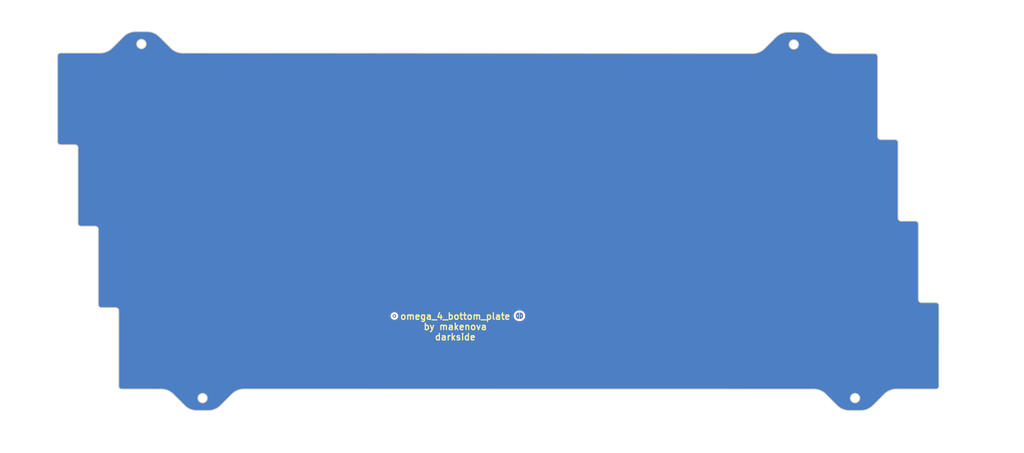
<source format=kicad_pcb>
(kicad_pcb (version 20221018) (generator pcbnew)
  (layers (0 "F.Cu" signal) (31 "B.Cu" signal) (34 "B.Paste" user) (35 "F.Paste" user) (36 "B.SilkS" user "B.Silkscreen") (37 "F.SilkS" user "F.Silkscreen") (38 "B.Mask" user) (39 "F.Mask" user) (44 "Edge.Cuts" user))
  (net 0 "")
  (net 1 "GND")
  (net 2 "Net-(JP1-Pad2)")
  (net 3 "Net-(JP1-Pad1)")
  (footprint "Keebio-Parts:solder_jumper" (layer "F.Cu") (at 154.725 112.875)
    (fp_text reference "JP1" hide)
    (fp_text value "Jumper_NO_Small" hide)
    (fp_poly (pts (xy -0.1 -0.75) (xy -0.3565 -0.7048) (xy -0.5821 -0.5745) (xy -0.7495 -0.375) (xy -0.8386 -0.1302) (xy -0.8386 0.1302) (xy -0.7495 0.375) (xy -0.5821 0.5745) (xy -0.3565 0.7048) (xy -0.1 0.75) (xy -0.1 -0.75)) (stroke (width 0.01)) (fill solid) (layer "F.Cu"))
    (fp_poly (pts (xy 0.1 0.75) (xy 0.3565 0.7048) (xy 0.5821 0.5745) (xy 0.7495 0.375) (xy 0.8386 0.1302) (xy 0.8386 -0.1302) (xy 0.7495 -0.375) (xy 0.5821 -0.5745) (xy 0.3565 -0.7048) (xy 0.1 -0.75) (xy 0.1 0.75)) (stroke (width 0.01)) (fill solid) (layer "F.Cu"))
    (fp_poly (pts (xy -0.1 -0.75) (xy -0.3565 -0.7048) (xy -0.5821 -0.5745) (xy -0.7495 -0.375) (xy -0.8386 -0.1302) (xy -0.8386 0.1302) (xy -0.7495 0.375) (xy -0.5821 0.5745) (xy -0.3565 0.7048) (xy -0.1 0.75) (xy -0.1 -0.75)) (stroke (width 0.01)) (fill solid) (layer "B.Cu"))
    (fp_poly (pts (xy 0.1 0.75) (xy 0.3565 0.7048) (xy 0.5821 0.5745) (xy 0.7495 0.375) (xy 0.8386 0.1302) (xy 0.8386 -0.1302) (xy 0.7495 -0.375) (xy 0.5821 -0.5745) (xy 0.3565 -0.7048) (xy 0.1 -0.75) (xy 0.1 0.75)) (stroke (width 0.01)) (fill solid) (layer "B.Cu"))
    (pad "1" thru_hole circle (at -0.45 0) (size 0.4 0.4) (drill 0.3) (layers "*.Cu" "*.Mask") (net 3 "Net-(JP1-Pad1)"))
    (pad "2" thru_hole circle (at 0.45 0) (size 0.4 0.4) (drill 0.3) (layers "*.Cu" "*.Mask") (net 2 "Net-(JP1-Pad2)"))
  )
  (gr_arc (start 84.845823 133.845984) (mid 83.54813 134.713075) (end 82.017396 135.017557) (stroke (width 0.2)) (layer "Edge.Cuts"))
  (gr_line (start 252.770249 110.498004) (end 252.758259 129.317983) (stroke (width 0.2)) (layer "Edge.Cuts"))
  (gr_arc (start 50.845313 72.897559) (mid 51.340288 73.102584) (end 51.545313 73.597559) (stroke (width 0.2)) (layer "Edge.Cuts"))
  (gr_line (start 252.057855 130.017537) (end 242.826264 130.012208) (stroke (width 0.2)) (layer "Edge.Cuts"))
  (gr_line (start 243.920313 90.747558) (end 247.270313 90.747558) (stroke (width 0.2)) (layer "Edge.Cuts"))
  (gr_line (start 51.545313 91.247559) (end 51.545313 73.597559) (stroke (width 0.2)) (layer "Edge.Cuts"))
  (gr_line (start 217.50611 46.582598) (end 220.192402 46.582598) (stroke (width 0.2)) (layer "Edge.Cuts"))
  (gr_line (start 50.845313 72.897559) (end 47.470312 72.897558) (stroke (width 0.2)) (layer "Edge.Cuts"))
  (gr_arc (start 212.028427 50.403427) (mid 210.729278 51.27112) (end 209.19685 51.574999) (stroke (width 0.2)) (layer "Edge.Cuts"))
  (gr_arc (start 62.202671 47.634097) (mid 63.500364 46.767006) (end 65.031098 46.462524) (stroke (width 0.2)) (layer "Edge.Cuts"))
  (gr_line (start 223.511407 130.023698) (end 90.337627 130.011403) (stroke (width 0.2)) (layer "Edge.Cuts"))
  (gr_arc (start 87.508831 131.182976) (mid 88.806695 130.315814) (end 90.337627 130.011403) (stroke (width 0.2)) (layer "Edge.Cuts"))
  (gr_arc (start 243.920313 90.747558) (mid 243.425338 90.542533) (end 243.220313 90.047558) (stroke (width 0.2)) (layer "Edge.Cuts"))
  (gr_circle (center 66.37196 49.362523) (end 67.47196 49.362523) (stroke (width 0.2)) (fill none) (layer "Edge.Cuts"))
  (gr_line (start 238.445312 52.297037) (end 238.445313 70.997558) (stroke (width 0.2)) (layer "Edge.Cuts"))
  (gr_arc (start 220.192402 46.582598) (mid 221.723136 46.88708) (end 223.020829 47.754171) (stroke (width 0.2)) (layer "Edge.Cuts"))
  (gr_line (start 239.145313 71.697558) (end 242.520313 71.697558) (stroke (width 0.2)) (layer "Edge.Cuts"))
  (gr_arc (start 239.995528 131.18378) (mid 241.294288 130.316247) (end 242.826264 130.012208) (stroke (width 0.2)) (layer "Edge.Cuts"))
  (gr_line (start 87.508831 131.182976) (end 84.845823 133.845984) (stroke (width 0.2)) (layer "Edge.Cuts"))
  (gr_line (start 234.504897 135.017557) (end 231.818605 135.017557) (stroke (width 0.2)) (layer "Edge.Cuts"))
  (gr_line (start 239.995528 131.18378) (end 237.333324 133.845984) (stroke (width 0.2)) (layer "Edge.Cuts"))
  (gr_arc (start 52.245314 91.947558) (mid 51.750339 91.742533) (end 51.545313 91.247559) (stroke (width 0.2)) (layer "Edge.Cuts"))
  (gr_arc (start 59.553348 50.283419) (mid 58.254275 51.151081) (end 56.721934 51.454991) (stroke (width 0.2)) (layer "Edge.Cuts"))
  (gr_line (start 47.470835 51.448083) (end 56.721934 51.454991) (stroke (width 0.2)) (layer "Edge.Cuts"))
  (gr_arc (start 67.71739 46.462524) (mid 69.248124 46.767006) (end 70.545817 47.634097) (stroke (width 0.2)) (layer "Edge.Cuts"))
  (gr_line (start 46.770313 72.197558) (end 46.770313 52.148082) (stroke (width 0.2)) (layer "Edge.Cuts"))
  (gr_arc (start 248.670313 109.797558) (mid 248.175338 109.592533) (end 247.970313 109.097558) (stroke (width 0.2)) (layer "Edge.Cuts"))
  (gr_line (start 65.031098 46.462524) (end 67.71739 46.462524) (stroke (width 0.2)) (layer "Edge.Cuts"))
  (gr_arc (start 252.070249 109.797558) (mid 252.565381 110.002741) (end 252.770249 110.498004) (stroke (width 0.2)) (layer "Edge.Cuts"))
  (gr_arc (start 228.510667 51.590141) (mid 226.981541 51.285088) (end 225.685227 50.418569) (stroke (width 0.2)) (layer "Edge.Cuts"))
  (gr_arc (start 237.745835 51.597037) (mid 238.240472 51.802247) (end 238.445312 52.297037) (stroke (width 0.2)) (layer "Edge.Cuts"))
  (gr_arc (start 223.511406 130.023697) (mid 225.041941 130.328249) (end 226.339464 131.19527) (stroke (width 0.2)) (layer "Edge.Cuts"))
  (gr_line (start 59.553348 50.28342) (end 62.202671 47.634097) (stroke (width 0.2)) (layer "Edge.Cuts"))
  (gr_arc (start 79.331104 135.017557) (mid 77.80037 134.713075) (end 76.502677 133.845984) (stroke (width 0.2)) (layer "Edge.Cuts"))
  (gr_arc (start 214.677683 47.754171) (mid 215.975376 46.88708) (end 217.50611 46.582598) (stroke (width 0.2)) (layer "Edge.Cuts"))
  (gr_arc (start 247.270313 90.747558) (mid 247.765288 90.952583) (end 247.970313 91.447558) (stroke (width 0.2)) (layer "Edge.Cuts"))
  (gr_arc (start 237.333324 133.845984) (mid 236.035631 134.713075) (end 234.504897 135.017557) (stroke (width 0.2)) (layer "Edge.Cuts"))
  (gr_line (start 247.970313 91.447558) (end 247.970313 109.097558) (stroke (width 0.2)) (layer "Edge.Cuts"))
  (gr_arc (start 231.818605 135.017557) (mid 230.287871 134.713075) (end 228.990178 133.845984) (stroke (width 0.2)) (layer "Edge.Cuts"))
  (gr_arc (start 252.758259 129.317983) (mid 252.552933 129.812812) (end 252.057855 130.017537) (stroke (width 0.2)) (layer "Edge.Cuts"))
  (gr_line (start 71.024959 130.022953) (end 61.769933 130.017938) (stroke (width 0.2)) (layer "Edge.Cuts"))
  (gr_line (start 228.990178 133.845984) (end 226.339464 131.19527) (stroke (width 0.2)) (layer "Edge.Cuts"))
  (gr_arc (start 71.02496 130.022954) (mid 72.554527 130.32785) (end 73.851219 131.194526) (stroke (width 0.2)) (layer "Edge.Cuts"))
  (gr_arc (start 60.370313 110.972559) (mid 60.865288 111.177584) (end 61.070313 111.672559) (stroke (width 0.2)) (layer "Edge.Cuts"))
  (gr_arc (start 55.595312 91.947559) (mid 56.090287 92.152584) (end 56.295313 92.647558) (stroke (width 0.2)) (layer "Edge.Cuts"))
  (gr_arc (start 56.995313 110.972559) (mid 56.500338 110.767534) (end 56.295313 110.272559) (stroke (width 0.2)) (layer "Edge.Cuts"))
  (gr_line (start 55.595313 91.947559) (end 52.245313 91.947558) (stroke (width 0.2)) (layer "Edge.Cuts"))
  (gr_arc (start 239.145312 71.697557) (mid 238.650338 71.492532) (end 238.445313 70.997558) (stroke (width 0.2)) (layer "Edge.Cuts"))
  (gr_line (start 248.670313 109.797558) (end 252.070249 109.797558) (stroke (width 0.2)) (layer "Edge.Cuts"))
  (gr_circle (center 218.846972 49.482598) (end 219.946972 49.482598) (stroke (width 0.2)) (fill none) (layer "Edge.Cuts"))
  (gr_line (start 243.220313 72.397558) (end 243.220313 90.047558) (stroke (width 0.2)) (layer "Edge.Cuts"))
  (gr_arc (start 47.470312 72.897557) (mid 46.975338 72.692532) (end 46.770313 72.197558) (stroke (width 0.2)) (layer "Edge.Cuts"))
  (gr_line (start 223.020829 47.754171) (end 225.685227 50.418569) (stroke (width 0.2)) (layer "Edge.Cuts"))
  (gr_line (start 76.502677 133.845984) (end 73.851219 131.194526) (stroke (width 0.2)) (layer "Edge.Cuts"))
  (gr_line (start 60.370313 110.972559) (end 56.995313 110.972559) (stroke (width 0.2)) (layer "Edge.Cuts"))
  (gr_line (start 76.035559 51.470134) (end 209.19685 51.574999) (stroke (width 0.2)) (layer "Edge.Cuts"))
  (gr_arc (start 61.769934 130.017938) (mid 61.275204 129.812779) (end 61.070313 129.317938) (stroke (width 0.2)) (layer "Edge.Cuts"))
  (gr_arc (start 46.770313 52.148082) (mid 46.975523 51.652923) (end 47.470835 51.448083) (stroke (width 0.2)) (layer "Edge.Cuts"))
  (gr_line (start 212.028427 50.403427) (end 214.677683 47.754171) (stroke (width 0.2)) (layer "Edge.Cuts"))
  (gr_line (start 82.017396 135.017557) (end 79.331104 135.017557) (stroke (width 0.2)) (layer "Edge.Cuts"))
  (gr_arc (start 242.520312 71.697559) (mid 243.015287 71.902584) (end 243.220313 72.397558) (stroke (width 0.2)) (layer "Edge.Cuts"))
  (gr_line (start 56.295313 110.272559) (end 56.295313 92.647558) (stroke (width 0.2)) (layer "Edge.Cuts"))
  (gr_circle (center 80.671966 132.117558) (end 81.771966 132.117558) (stroke (width 0.2)) (fill none) (layer "Edge.Cuts"))
  (gr_arc (start 76.035559 51.470134) (mid 74.50652 51.16505) (end 73.210282 50.298562) (stroke (width 0.2)) (layer "Edge.Cuts"))
  (gr_line (start 228.510667 51.590141) (end 237.745835 51.597037) (stroke (width 0.2)) (layer "Edge.Cuts"))
  (gr_line (start 61.070313 129.317938) (end 61.070313 111.672559) (stroke (width 0.2)) (layer "Edge.Cuts"))
  (gr_circle (center 233.159467 132.117558) (end 234.259467 132.117558) (stroke (width 0.2)) (fill none) (layer "Edge.Cuts"))
  (gr_line (start 70.545817 47.634097) (end 73.210282 50.298562) (stroke (width 0.2)) (layer "Edge.Cuts"))
  (gr_text "omega_4_bottom_plate\nby makenova\ndarkside" (at 139.725 115.425) (layer "F.SilkS") (effects (font (size 1.5 1.5) (thickness 0.3))))
  (via (at 125.5 112.925) (size 0.8) (drill 0.4) (layers "F.Cu" "B.Cu") (net 0))
  (zone (net 1) (net_name "GND") (layer "F.Cu") (connect_pads (clearance 0.508)) (min_thickness 0.254) (fill yes (thermal_gap 0.508) (thermal_bridge_width 0.508))
    (polygon (pts (xy 33.625 39.075) (xy 272.65 39.075) (xy 272.65 144.9) (xy 33.325 144.975)))
  )
  (zone (net 1) (net_name "GND") (layer "B.Cu") (connect_pads (clearance 0.508)) (min_thickness 0.254) (fill yes (thermal_gap 0.508) (thermal_bridge_width 0.508))
    (polygon (pts (xy 38.175 44.75) (xy 266.05 44.95) (xy 266.2 138.075) (xy 38.125 138.2)))
  )
)
</source>
